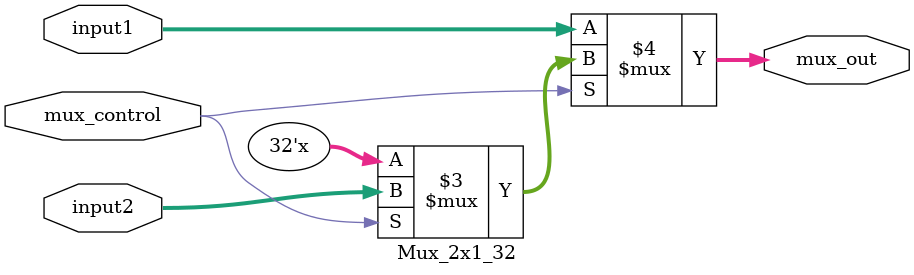
<source format=v>
module Mux_2x1_32 (mux_out, input1, input2, mux_control);

//This module is used for selecting one of the 32-bit inputs to the output depending on the control input 

input [31:0] input1, input2; 
input mux_control;
output [31:0] mux_out; 

assign mux_out = (mux_control == 1'b0) ? input1 : (mux_control == 1'b1) ? input2 : 32'bx;

endmodule

</source>
